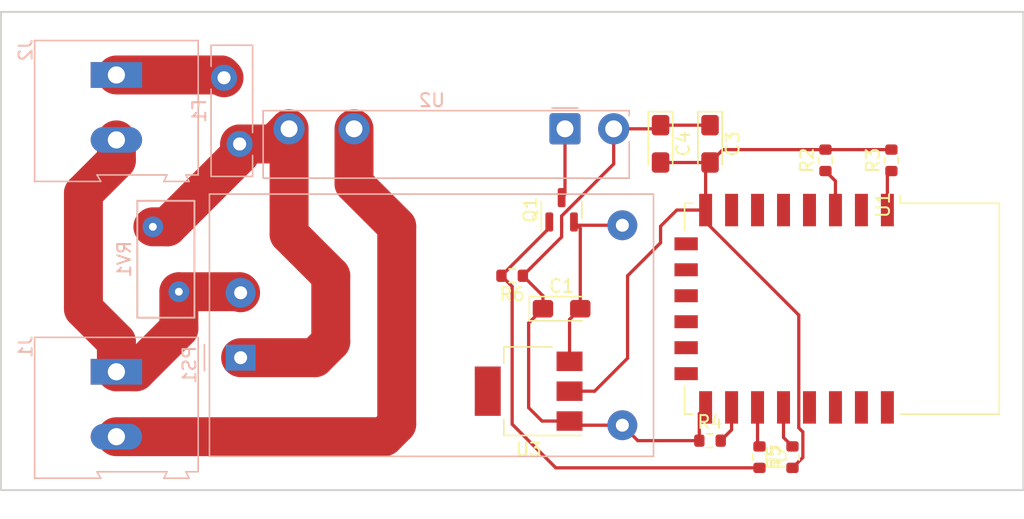
<source format=kicad_pcb>
(kicad_pcb (version 20211014) (generator pcbnew)
  (layers (0 "F.Cu" signal) (31 "B.Cu" signal) (34 "B.Paste" user) (35 "F.Paste" user) (36 "B.SilkS" user "B.Silkscreen") (37 "F.SilkS" user "F.Silkscreen") (38 "B.Mask" user) (39 "F.Mask" user) (44 "Edge.Cuts" user))
  (net 0 "")
  (net 1 "Net-(C1-Pad2)")
  (net 2 "Net-(F1-Pad2)")
  (net 3 "Net-(C3-Pad2)")
  (net 4 "GND")
  (net 5 "Net-(F1-Pad1)")
  (net 6 "Net-(Q1-Pad3)")
  (net 7 "Net-(R2-Pad1)")
  (net 8 "Net-(Q1-Pad1)")
  (net 9 "Net-(R3-Pad1)")
  (net 10 "Net-(R4-Pad2)")
  (net 11 "Net-(R5-Pad2)")
  (net 12 "Net-(R7-Pad1)")
  (net 28 "Net-(U2-Pad11)")
  (net 29 "Net-(J1-Pad1)")
  (footprint "Resistor_SMD:R_0603_1608Metric" (layer "F.Cu") (at 173.99 129.54 90)
    (fp_text reference "R5" (at 0 -1.43 90) (layer "F.SilkS"))
    (fp_text value "10k")
    (fp_line (start -0.237258 0.5225) (end 0.237258 0.5225) (layer "F.SilkS") (width 0.12))
    (fp_line (start -0.237258 -0.5225) (end 0.237258 -0.5225) (layer "F.SilkS") (width 0.12))
    (pad "1" smd roundrect (at -0.825 0 90) (size 0.8 0.95) (layers "F.Cu" "F.Paste" "F.Mask") (net 3 "Net-(C3-Pad2)"))
    (pad "2" smd roundrect (at 0.825 0 90) (size 0.8 0.95) (layers "F.Cu" "F.Paste" "F.Mask") (net 11 "Net-(R5-Pad2)"))
  )
  (footprint "RF_Module:ESP-12E" (layer "F.Cu") (at 177.8 118.11 -90)
    (fp_text reference "U1" (at -8 -3.17 90) (layer "F.SilkS"))
    (fp_text value "ESP-12E")
    (fp_line (start -8.12 12.12) (end -8.12 11.5) (layer "F.SilkS") (width 0.12))
    (fp_line (start 8.12 -12.12) (end 8.12 -4.5) (layer "F.SilkS") (width 0.12))
    (fp_line (start 8.12 11.5) (end 8.12 12.12) (layer "F.SilkS") (width 0.12))
    (fp_line (start -6 12.12) (end -8.12 12.12) (layer "F.SilkS") (width 0.12))
    (fp_line (start -8.12 -4.5) (end -8.12 -12.12) (layer "F.SilkS") (width 0.12))
    (fp_line (start -8.12 -12.12) (end 8.12 -12.12) (layer "F.SilkS") (width 0.12))
    (fp_line (start -8.12 -4.5) (end -8.73 -4.5) (layer "F.SilkS") (width 0.12))
    (fp_line (start 8.12 12.12) (end 6 12.12) (layer "F.SilkS") (width 0.12))
    (pad "1" smd rect (at -7.6 -3.5 270) (size 2.5 1) (layers "F.Cu" "F.Paste" "F.Mask") (net 9 "Net-(R3-Pad1)"))
    (pad "2" smd rect (at -7.6 -1.5 270) (size 2.5 1) (layers "F.Cu" "F.Paste" "F.Mask"))
    (pad "3" smd rect (at -7.6 0.5 270) (size 2.5 1) (layers "F.Cu" "F.Paste" "F.Mask") (net 7 "Net-(R2-Pad1)"))
    (pad "4" smd rect (at -7.6 2.5 270) (size 2.5 1) (layers "F.Cu" "F.Paste" "F.Mask"))
    (pad "5" smd rect (at -7.6 4.5 270) (size 2.5 1) (layers "F.Cu" "F.Paste" "F.Mask"))
    (pad "6" smd rect (at -7.6 6.5 270) (size 2.5 1) (layers "F.Cu" "F.Paste" "F.Mask"))
    (pad "7" smd rect (at -7.6 8.5 270) (size 2.5 1) (layers "F.Cu" "F.Paste" "F.Mask"))
    (pad "8" smd rect (at -7.6 10.5 270) (size 2.5 1) (layers "F.Cu" "F.Paste" "F.Mask") (net 3 "Net-(C3-Pad2)"))
    (pad "9" smd rect (at -5 12 270) (size 1 1.8) (layers "F.Cu" "F.Paste" "F.Mask"))
    (pad "10" smd rect (at -3 12 270) (size 1 1.8) (layers "F.Cu" "F.Paste" "F.Mask"))
    (pad "11" smd rect (at -1 12 270) (size 1 1.8) (layers "F.Cu" "F.Paste" "F.Mask"))
    (pad "12" smd rect (at 1 12 270) (size 1 1.8) (layers "F.Cu" "F.Paste" "F.Mask"))
    (pad "13" smd rect (at 3 12 270) (size 1 1.8) (layers "F.Cu" "F.Paste" "F.Mask"))
    (pad "14" smd rect (at 5 12 270) (size 1 1.8) (layers "F.Cu" "F.Paste" "F.Mask"))
    (pad "15" smd rect (at 7.6 10.5 270) (size 2.5 1) (layers "F.Cu" "F.Paste" "F.Mask") (net 4 "GND"))
    (pad "16" smd rect (at 7.6 8.5 270) (size 2.5 1) (layers "F.Cu" "F.Paste" "F.Mask") (net 10 "Net-(R4-Pad2)"))
    (pad "17" smd rect (at 7.6 6.5 270) (size 2.5 1) (layers "F.Cu" "F.Paste" "F.Mask") (net 12 "Net-(R7-Pad1)"))
    (pad "18" smd rect (at 7.6 4.5 270) (size 2.5 1) (layers "F.Cu" "F.Paste" "F.Mask") (net 11 "Net-(R5-Pad2)"))
    (pad "19" smd rect (at 7.6 2.5 270) (size 2.5 1) (layers "F.Cu" "F.Paste" "F.Mask"))
    (pad "20" smd rect (at 7.6 0.5 270) (size 2.5 1) (layers "F.Cu" "F.Paste" "F.Mask"))
    (pad "21" smd rect (at 7.6 -1.5 270) (size 2.5 1) (layers "F.Cu" "F.Paste" "F.Mask"))
    (pad "22" smd rect (at 7.6 -3.5 270) (size 2.5 1) (layers "F.Cu" "F.Paste" "F.Mask"))
  )
  (footprint "Capacitor_Tantalum_SMD:CP_EIA-3216-18_Kemet-A_Pad1.58x1.35mm_HandSolder" (layer "F.Cu") (at 156.21 118.11)
    (fp_text reference "C1" (at 0 -1.75) (layer "F.SilkS"))
    (fp_text value "10uF")
    (fp_line (start -2.485 0.935) (end 1.6 0.935) (layer "F.SilkS") (width 0.12))
    (fp_line (start 1.6 -0.935) (end -2.485 -0.935) (layer "F.SilkS") (width 0.12))
    (fp_line (start -2.485 -0.935) (end -2.485 0.935) (layer "F.SilkS") (width 0.12))
    (pad "1" smd roundrect (at -1.4375 0) (size 1.575 1.35) (layers "F.Cu" "F.Paste" "F.Mask") (roundrect_rratio 0.185185) (net 4 "GND"))
    (pad "2" smd roundrect (at 1.4375 0) (size 1.575 1.35) (layers "F.Cu" "F.Paste" "F.Mask") (roundrect_rratio 0.185185) (net 1 "Net-(C1-Pad2)"))
  )
  (footprint "Capacitor_Tantalum_SMD:CP_EIA-3216-18_Kemet-A_Pad1.58x1.35mm_HandSolder" (layer "F.Cu") (at 167.64 105.41 -90)
    (fp_text reference "C3" (at 0 -1.75 90) (layer "F.SilkS"))
    (fp_text value "100nF")
    (fp_line (start 1.6 -0.935) (end -2.485 -0.935) (layer "F.SilkS") (width 0.12))
    (fp_line (start -2.485 -0.935) (end -2.485 0.935) (layer "F.SilkS") (width 0.12))
    (fp_line (start -2.485 0.935) (end 1.6 0.935) (layer "F.SilkS") (width 0.12))
    (pad "1" smd roundrect (at -1.4375 0 270) (size 1.575 1.35) (layers "F.Cu" "F.Paste" "F.Mask") (roundrect_rratio 0.185185) (net 4 "GND"))
    (pad "2" smd roundrect (at 1.4375 0 270) (size 1.575 1.35) (layers "F.Cu" "F.Paste" "F.Mask") (roundrect_rratio 0.185185) (net 3 "Net-(C3-Pad2)"))
  )
  (footprint "Package_TO_SOT_SMD:SOT-223-3_TabPin2" (layer "F.Cu") (at 153.67 124.46 180)
    (fp_text reference "U3" (at 0 -4.5) (layer "F.SilkS"))
    (fp_text value "AMS1117-3.3")
    (fp_line (start 1.91 -3.41) (end 1.91 -2.15) (layer "F.SilkS") (width 0.12))
    (fp_line (start -4.1 -3.41) (end 1.91 -3.41) (layer "F.SilkS") (width 0.12))
    (fp_line (start 1.91 3.41) (end 1.91 2.15) (layer "F.SilkS") (width 0.12))
    (fp_line (start -1.85 3.41) (end 1.91 3.41) (layer "F.SilkS") (width 0.12))
    (pad "1" smd rect (at -3.15 -2.3 180) (size 2 1.5) (layers "F.Cu" "F.Paste" "F.Mask") (net 4 "GND"))
    (pad "2" smd rect (at -3.15 0 180) (size 2 1.5) (layers "F.Cu" "F.Paste" "F.Mask") (net 3 "Net-(C3-Pad2)"))
    (pad "2" smd rect (at 3.15 0 180) (size 2 3.8) (layers "F.Cu" "F.Paste" "F.Mask") (net 3 "Net-(C3-Pad2)"))
    (pad "3" smd rect (at -3.15 2.3 180) (size 2 1.5) (layers "F.Cu" "F.Paste" "F.Mask") (net 1 "Net-(C1-Pad2)"))
  )
  (footprint "Resistor_SMD:R_0603_1608Metric" (layer "F.Cu") (at 167.64 128.27)
    (fp_text reference "R4" (at 0 -1.43) (layer "F.SilkS"))
    (fp_text value "10k")
    (fp_line (start -0.237258 0.5225) (end 0.237258 0.5225) (layer "F.SilkS") (width 0.12))
    (fp_line (start -0.237258 -0.5225) (end 0.237258 -0.5225) (layer "F.SilkS") (width 0.12))
    (pad "1" smd roundrect (at -0.825 0) (size 0.8 0.95) (layers "F.Cu" "F.Paste" "F.Mask") (net 4 "GND"))
    (pad "2" smd roundrect (at 0.825 0) (size 0.8 0.95) (layers "F.Cu" "F.Paste" "F.Mask") (net 10 "Net-(R4-Pad2)"))
  )
  (footprint "Package_TO_SOT_SMD:SOT-23" (layer "F.Cu") (at 156.21 110.49 90)
    (fp_text reference "Q1" (at 0 -2.4 90) (layer "F.SilkS"))
    (fp_text value "2N7002")
    (fp_line (start 0 1.56) (end 0.65 1.56) (layer "F.SilkS") (width 0.12))
    (fp_line (start 0 1.56) (end -0.65 1.56) (layer "F.SilkS") (width 0.12))
    (fp_line (start 0 -1.56) (end -1.675 -1.56) (layer "F.SilkS") (width 0.12))
    (fp_line (start 0 -1.56) (end 0.65 -1.56) (layer "F.SilkS") (width 0.12))
    (pad "1" smd roundrect (at -0.9375 -0.95 90) (size 1.475 0.6) (layers "F.Cu" "F.Paste" "F.Mask") (net 8 "Net-(Q1-Pad1)"))
    (pad "2" smd roundrect (at -0.9375 0.95 90) (size 1.475 0.6) (layers "F.Cu" "F.Paste" "F.Mask") (net 1 "Net-(C1-Pad2)"))
    (pad "3" smd roundrect (at 0.9375 0 90) (size 1.475 0.6) (layers "F.Cu" "F.Paste" "F.Mask") (net 6 "Net-(Q1-Pad3)"))
  )
  (footprint "Resistor_SMD:R_0603_1608Metric" (layer "F.Cu") (at 176.53 106.68 90)
    (fp_text reference "R2" (at 0 -1.43 90) (layer "F.SilkS"))
    (fp_text value "10k")
    (fp_line (start -0.237258 -0.5225) (end 0.237258 -0.5225) (layer "F.SilkS") (width 0.12))
    (fp_line (start -0.237258 0.5225) (end 0.237258 0.5225) (layer "F.SilkS") (width 0.12))
    (pad "1" smd roundrect (at -0.825 0 90) (size 0.8 0.95) (layers "F.Cu" "F.Paste" "F.Mask") (net 7 "Net-(R2-Pad1)"))
    (pad "2" smd roundrect (at 0.825 0 90) (size 0.8 0.95) (layers "F.Cu" "F.Paste" "F.Mask") (net 3 "Net-(C3-Pad2)"))
  )
  (footprint "Resistor_SMD:R_0603_1608Metric" (layer "F.Cu") (at 152.4 115.57 180)
    (fp_text reference "R6" (at 0 -1.43) (layer "F.SilkS"))
    (fp_text value "220k")
    (fp_line (start -0.237258 -0.5225) (end 0.237258 -0.5225) (layer "F.SilkS") (width 0.12))
    (fp_line (start -0.237258 0.5225) (end 0.237258 0.5225) (layer "F.SilkS") (width 0.12))
    (pad "1" smd roundrect (at -0.825 0 180) (size 0.8 0.95) (layers "F.Cu" "F.Paste" "F.Mask") (net 4 "GND"))
    (pad "2" smd roundrect (at 0.825 0 180) (size 0.8 0.95) (layers "F.Cu" "F.Paste" "F.Mask") (net 8 "Net-(Q1-Pad1)"))
  )
  (footprint "Resistor_SMD:R_0603_1608Metric" (layer "F.Cu") (at 171.45 129.54 -90)
    (fp_text reference "R7" (at 0 -1.43 -270) (layer "F.SilkS"))
    (fp_text value "1k")
    (fp_line (start -0.237258 0.5225) (end 0.237258 0.5225) (layer "F.SilkS") (width 0.12))
    (fp_line (start -0.237258 -0.5225) (end 0.237258 -0.5225) (layer "F.SilkS") (width 0.12))
    (pad "1" smd roundrect (at -0.825 0 270) (size 0.8 0.95) (layers "F.Cu" "F.Paste" "F.Mask") (net 12 "Net-(R7-Pad1)"))
    (pad "2" smd roundrect (at 0.825 0 270) (size 0.8 0.95) (layers "F.Cu" "F.Paste" "F.Mask") (net 8 "Net-(Q1-Pad1)"))
  )
  (footprint "Capacitor_Tantalum_SMD:CP_EIA-3216-18_Kemet-A_Pad1.58x1.35mm_HandSolder" (layer "F.Cu") (at 163.83 105.41 -90)
    (fp_text reference "C4" (at 0 -1.75 90) (layer "F.SilkS"))
    (fp_text value "22uF")
    (fp_line (start 1.6 -0.935) (end -2.485 -0.935) (layer "F.SilkS") (width 0.12))
    (fp_line (start -2.485 0.935) (end 1.6 0.935) (layer "F.SilkS") (width 0.12))
    (fp_line (start -2.485 -0.935) (end -2.485 0.935) (layer "F.SilkS") (width 0.12))
    (pad "1" smd roundrect (at -1.4375 0 270) (size 1.575 1.35) (layers "F.Cu" "F.Paste" "F.Mask") (roundrect_rratio 0.185185) (net 4 "GND"))
    (pad "2" smd roundrect (at 1.4375 0 270) (size 1.575 1.35) (layers "F.Cu" "F.Paste" "F.Mask") (roundrect_rratio 0.185185) (net 3 "Net-(C3-Pad2)"))
  )
  (footprint "Resistor_SMD:R_0603_1608Metric" (layer "F.Cu") (at 181.61 106.68 90)
    (fp_text reference "R3" (at 0 -1.43 90) (layer "F.SilkS"))
    (fp_text value "10k")
    (fp_line (start -0.237258 -0.5225) (end 0.237258 -0.5225) (layer "F.SilkS") (width 0.12))
    (fp_line (start -0.237258 0.5225) (end 0.237258 0.5225) (layer "F.SilkS") (width 0.12))
    (pad "1" smd roundrect (at -0.825 0 90) (size 0.8 0.95) (layers "F.Cu" "F.Paste" "F.Mask") (net 9 "Net-(R3-Pad1)"))
    (pad "2" smd roundrect (at 0.825 0 90) (size 0.8 0.95) (layers "F.Cu" "F.Paste" "F.Mask") (net 3 "Net-(C3-Pad2)"))
  )
  (footprint "Varistor:RV_Disc_D9mm_W4.4mm_P5mm" (layer "B.Cu") (at 126.73 116.8 90)
    (fp_text reference "RV1" (at 2.5 -4.2 90) (layer "B.SilkS") (effects (justify mirror)))
    (fp_text value "Varistor")
    (fp_line (start -2 -3.2) (end 7 -3.2) (layer "B.SilkS") (width 0.15))
    (fp_line (start 7 1.2) (end 7 -3.2) (layer "B.SilkS") (width 0.15))
    (fp_line (start -2 1.2) (end 7 1.2) (layer "B.SilkS") (width 0.15))
    (fp_line (start -2 1.2) (end -2 -3.2) (layer "B.SilkS") (width 0.15))
    (pad "1" thru_hole circle (at 0 0 90) (size 1.6 1.6) (drill 0.6) (layers *.Cu *.Mask) (net 29 "Net-(J1-Pad1)"))
    (pad "2" thru_hole circle (at 5 -2 90) (size 1.6 1.6) (drill 0.6) (layers *.Cu *.Mask) (net 2 "Net-(F1-Pad2)"))
  )
  (footprint "OptoDevice:Finder_34.81" (layer "B.Cu") (at 156.47 104.2525 180)
    (fp_text reference "U2" (at 10.25 2.2) (layer "B.SilkS") (effects (justify mirror)))
    (fp_text value "34.81-7048")
    (fp_line (start 23.25 1.4) (end 23.25 -3.8) (layer "B.SilkS") (width 0.12))
    (fp_line (start 1 1.6) (end -1 1.6) (layer "B.SilkS") (width 0.12))
    (fp_line (start -4.95 1.4) (end 23.25 1.4) (layer "B.SilkS") (width 0.12))
    (fp_line (start -4.95 1.4) (end -4.95 1) (layer "B.SilkS") (width 0.12))
    (fp_line (start -4.95 -3.8) (end -4.95 -1) (layer "B.SilkS") (width 0.12))
    (fp_line (start 23.25 -3.8) (end -4.95 -3.8) (layer "B.SilkS") (width 0.12))
    (pad "11" thru_hole circle (at 16.25 0 180) (size 2.4 2.4) (drill 1.3) (layers *.Cu *.Mask) (net 28 "Net-(U2-Pad11)"))
    (pad "14" thru_hole circle (at 21.25 0 180) (size 2.4 2.4) (drill 1.3) (layers *.Cu *.Mask) (net 2 "Net-(F1-Pad2)"))
    (pad "A1" thru_hole roundrect (at 0 0 180) (size 2.4 2.4) (drill 1.3) (layers *.Cu *.Mask) (roundrect_rratio 0.104) (net 6 "Net-(Q1-Pad3)"))
    (pad "A2" thru_hole circle (at -3.75 0 180) (size 2.4 2.4) (drill 1.3) (layers *.Cu *.Mask) (net 4 "GND"))
  )
  (footprint "TerminalBlock:TerminalBlock_Altech_AK300-2_P5.00mm" (layer "B.Cu") (at 121.92 100.105 -90)
    (fp_text reference "J2" (at -1.92 6.99 90) (layer "B.SilkS") (effects (justify mirror)))
    (fp_text value "Screw_Terminal_01x02")
    (fp_line (start 8.2 6.3) (end -2.65 6.3) (layer "B.SilkS") (width 0.12))
    (fp_line (start -2.65 -6.3) (end 7.7 -6.3) (layer "B.SilkS") (width 0.12))
    (fp_line (start -2.65 6.3) (end -2.65 -6.3) (layer "B.SilkS") (width 0.12))
    (fp_line (start 8.2 -3.7) (end 8.2 -3.65) (layer "B.SilkS") (width 0.12))
    (fp_line (start 7.7 1.5) (end 8.2 1.2) (layer "B.SilkS") (width 0.12))
    (fp_line (start 8.2 -5.6) (end 8.2 -3.7) (layer "B.SilkS") (width 0.12))
    (fp_line (start 7.7 -5.35) (end 8.2 -5.6) (layer "B.SilkS") (width 0.12))
    (fp_line (start 8.2 1.2) (end 8.2 6.3) (layer "B.SilkS") (width 0.12))
    (fp_line (start 7.7 -3.9) (end 7.7 1.5) (layer "B.SilkS") (width 0.12))
    (fp_line (start 7.7 -6.3) (end 7.7 -5.35) (layer "B.SilkS") (width 0.12))
    (fp_line (start 8.2 -3.65) (end 7.7 -3.9) (layer "B.SilkS") (width 0.12))
    (pad "1" thru_hole rect (at 0 0 270) (size 1.98 3.96) (drill 1.32) (layers *.Cu *.Mask) (net 5 "Net-(F1-Pad1)"))
    (pad "2" thru_hole oval (at 5 0 270) (size 1.98 3.96) (drill 1.32) (layers *.Cu *.Mask) (net 29 "Net-(J1-Pad1)"))
  )
  (footprint "Fuse:Fuse_Bourns_MF-RG400" (layer "B.Cu") (at 130.21 100.32 -90)
    (fp_text reference "F1" (at 2.55 1.9 90) (layer "B.SilkS") (effects (justify mirror)))
    (fp_text value "Fuse")
    (fp_line (start -2.501 -2.2) (end 4.222 -2.2) (layer "B.SilkS") (width 0.12))
    (fp_line (start 5.979 -2.2) (end 7.6 -2.2) (layer "B.SilkS") (width 0.12))
    (fp_line (start 7.6 1) (end 7.6 -2.2) (layer "B.SilkS") (width 0.12))
    (fp_line (start -2.501 1) (end -2.501 -2.2) (layer "B.SilkS") (width 0.12))
    (fp_line (start -2.501 1) (end -0.879 1) (layer "B.SilkS") (width 0.12))
    (fp_line (start 0.879 1) (end 7.6 1) (layer "B.SilkS") (width 0.12))
    (pad "1" thru_hole circle (at 0 0 270) (size 2.01 2.01) (drill 1.01) (layers *.Cu *.Mask) (net 5 "Net-(F1-Pad1)"))
    (pad "2" thru_hole circle (at 5.1 -1.2 270) (size 2.01 2.01) (drill 1.01) (layers *.Cu *.Mask) (net 2 "Net-(F1-Pad2)"))
  )
  (footprint "Converter_ACDC:Converter_ACDC_HiLink_HLK-PMxx" (layer "B.Cu") (at 131.4875 121.88)
    (fp_text reference "PS1" (at -3.94 0.55 90) (layer "B.SilkS") (effects (justify mirror)))
    (fp_text value "HLK-PM05")
    (fp_line (start -2.4 7.6) (end -2.4 -12.6) (layer "B.SilkS") (width 0.12))
    (fp_line (start -2.4 -12.6) (end 31.8 -12.6) (layer "B.SilkS") (width 0.12))
    (fp_line (start -2.79 1) (end -2.79 -1.01) (layer "B.SilkS") (width 0.12))
    (fp_line (start 31.8 7.6) (end -2.4 7.6) (layer "B.SilkS") (width 0.12))
    (fp_line (start 31.8 -12.6) (end 31.8 7.6) (layer "B.SilkS") (width 0.12))
    (pad "1" thru_hole rect (at 0 0) (size 2.3 2) (drill 1) (layers *.Cu *.Mask) (net 2 "Net-(F1-Pad2)"))
    (pad "2" thru_hole circle (at 0 -5) (size 2.3 2.3) (drill 1) (layers *.Cu *.Mask) (net 29 "Net-(J1-Pad1)"))
    (pad "3" thru_hole circle (at 29.4 5.2) (size 2.3 2.3) (drill 1) (layers *.Cu *.Mask) (net 4 "GND"))
    (pad "4" thru_hole circle (at 29.4 -10.2) (size 2.3 2.3) (drill 1) (layers *.Cu *.Mask) (net 1 "Net-(C1-Pad2)"))
  )
  (footprint "TerminalBlock:TerminalBlock_Altech_AK300-2_P5.00mm" (layer "B.Cu") (at 121.92 122.965 -90)
    (fp_text reference "J1" (at -1.92 6.99 90) (layer "B.SilkS") (effects (justify mirror)))
    (fp_text value "Screw_Terminal_01x02")
    (fp_line (start -2.65 -6.3) (end 7.7 -6.3) (layer "B.SilkS") (width 0.12))
    (fp_line (start 8.2 1.2) (end 8.2 6.3) (layer "B.SilkS") (width 0.12))
    (fp_line (start 8.2 6.3) (end -2.65 6.3) (layer "B.SilkS") (width 0.12))
    (fp_line (start 8.2 -5.6) (end 8.2 -3.7) (layer "B.SilkS") (width 0.12))
    (fp_line (start 7.7 1.5) (end 8.2 1.2) (layer "B.SilkS") (width 0.12))
    (fp_line (start 7.7 -3.9) (end 7.7 1.5) (layer "B.SilkS") (width 0.12))
    (fp_line (start -2.65 6.3) (end -2.65 -6.3) (layer "B.SilkS") (width 0.12))
    (fp_line (start 7.7 -6.3) (end 7.7 -5.35) (layer "B.SilkS") (width 0.12))
    (fp_line (start 8.2 -3.7) (end 8.2 -3.65) (layer "B.SilkS") (width 0.12))
    (fp_line (start 8.2 -3.65) (end 7.7 -3.9) (layer "B.SilkS") (width 0.12))
    (fp_line (start 7.7 -5.35) (end 8.2 -5.6) (layer "B.SilkS") (width 0.12))
    (pad "1" thru_hole rect (at 0 0 270) (size 1.98 3.96) (drill 1.32) (layers *.Cu *.Mask) (net 29 "Net-(J1-Pad1)"))
    (pad "2" thru_hole oval (at 5 0 270) (size 1.98 3.96) (drill 1.32) (layers *.Cu *.Mask) (net 28 "Net-(U2-Pad11)"))
  )
  (gr_rect (start 113.03 95.25) (end 191.77 132.08) (layer "Edge.Cuts") (width 0.15) (fill none))
  (segment (start 157.4125 111.68) (end 157.16 111.4275) (width 0.25) (layer "F.Cu") (net 1))
  (segment (start 156.82 118.9375) (end 157.6475 118.11) (width 0.25) (layer "F.Cu") (net 1))
  (segment (start 157.6475 118.11) (end 157.6475 111.915) (width 0.25) (layer "F.Cu") (net 1))
  (segment (start 157.6475 111.915) (end 157.16 111.4275) (width 0.25) (layer "F.Cu") (net 1))
  (segment (start 160.8875 111.68) (end 157.4125 111.68) (width 0.25) (layer "F.Cu") (net 1))
  (segment (start 156.82 122.16) (end 156.82 118.9375) (width 0.25) (layer "F.Cu") (net 1))
  (segment (start 135.22 104.2525) (end 135.22 112.36) (width 3) (layer "F.Cu") (net 2))
  (segment (start 135.22 112.36) (end 138.43 115.57) (width 3) (layer "F.Cu") (net 2))
  (segment (start 138.43 115.57) (end 138.43 120.65) (width 3) (layer "F.Cu") (net 2))
  (segment (start 131.41 106.235) (end 125.845 111.8) (width 3) (layer "F.Cu") (net 2))
  (segment (start 124.73 111.8) (end 124.77 111.76) (width 0.25) (layer "F.Cu") (net 2))
  (segment (start 125.845 111.8) (end 124.73 111.8) (width 3) (layer "F.Cu") (net 2))
  (segment (start 131.41 105.42) (end 131.41 106.235) (width 3) (layer "F.Cu") (net 2))
  (segment (start 131.41 105.42) (end 134.0525 105.42) (width 3) (layer "F.Cu") (net 2))
  (segment (start 138.43 120.65) (end 137.2 121.88) (width 3) (layer "F.Cu") (net 2))
  (segment (start 134.0525 105.42) (end 135.22 104.2525) (width 3) (layer "F.Cu") (net 2))
  (segment (start 137.2 121.88) (end 131.4875 121.88) (width 3) (layer "F.Cu") (net 2))
  (segment (start 158.75 124.46) (end 161.29 121.92) (width 0.25) (layer "F.Cu") (net 3))
  (segment (start 176.53 105.855) (end 168.6325 105.855) (width 0.25) (layer "F.Cu") (net 3))
  (segment (start 168.6325 105.855) (end 167.64 106.8475) (width 0.25) (layer "F.Cu") (net 3))
  (segment (start 163.83 113.03) (end 163.83 111.76) (width 0.25) (layer "F.Cu") (net 3))
  (segment (start 165.08 110.51) (end 167.3 110.51) (width 0.25) (layer "F.Cu") (net 3))
  (segment (start 174.79 129.565) (end 174.79 127.6) (width 0.25) (layer "F.Cu") (net 3))
  (segment (start 167.3 111.42) (end 167.3 110.51) (width 0.25) (layer "F.Cu") (net 3))
  (segment (start 163.83 111.76) (end 165.08 110.51) (width 0.25) (layer "F.Cu") (net 3))
  (segment (start 173.99 130.365) (end 174.79 129.565) (width 0.25) (layer "F.Cu") (net 3))
  (segment (start 174.475 118.595) (end 167.3 111.42) (width 0.25) (layer "F.Cu") (net 3))
  (segment (start 174.475 127.285) (end 174.475 118.595) (width 0.25) (layer "F.Cu") (net 3))
  (segment (start 167.3 107.1875) (end 167.3 110.51) (width 0.25) (layer "F.Cu") (net 3))
  (segment (start 167.64 106.8475) (end 167.3 107.1875) (width 0.25) (layer "F.Cu") (net 3))
  (segment (start 181.61 105.855) (end 176.53 105.855) (width 0.25) (layer "F.Cu") (net 3))
  (segment (start 167.64 106.8475) (end 163.83 106.8475) (width 0.25) (layer "F.Cu") (net 3))
  (segment (start 161.29 121.92) (end 161.29 115.57) (width 0.25) (layer "F.Cu") (net 3))
  (segment (start 174.79 127.6) (end 174.475 127.285) (width 0.25) (layer "F.Cu") (net 3))
  (segment (start 161.29 115.57) (end 163.83 113.03) (width 0.25) (layer "F.Cu") (net 3))
  (segment (start 156.82 124.46) (end 158.75 124.46) (width 0.25) (layer "F.Cu") (net 3))
  (segment (start 166.815 128.27) (end 162.0775 128.27) (width 0.25) (layer "F.Cu") (net 4))
  (segment (start 153.225 115.57) (end 156.21 112.585) (width 0.25) (layer "F.Cu") (net 4))
  (segment (start 160.22 106.958249) (end 160.22 104.2525) (width 0.25) (layer "F.Cu") (net 4))
  (segment (start 157.14 127.08) (end 156.82 126.76) (width 0.25) (layer "F.Cu") (net 4))
  (segment (start 154.7725 117.1175) (end 153.225 115.57) (width 0.25) (layer "F.Cu") (net 4))
  (segment (start 160.8875 127.08) (end 157.14 127.08) (width 0.25) (layer "F.Cu") (net 4))
  (segment (start 154.7 126.76) (end 156.82 126.76) (width 0.25) (layer "F.Cu") (net 4))
  (segment (start 153.67 125.73) (end 154.7 126.76) (width 0.25) (layer "F.Cu") (net 4))
  (segment (start 154.7725 118.11) (end 154.7725 117.1175) (width 0.25) (layer "F.Cu") (net 4))
  (segment (start 154.7725 118.11) (end 153.67 119.2125) (width 0.25) (layer "F.Cu") (net 4))
  (segment (start 153.67 119.2125) (end 153.67 125.73) (width 0.25) (layer "F.Cu") (net 4))
  (segment (start 166.815 126.195) (end 166.815 128.27) (width 0.25) (layer "F.Cu") (net 4))
  (segment (start 156.21 110.968249) (end 160.22 106.958249) (width 0.25) (layer "F.Cu") (net 4))
  (segment (start 162.0775 128.27) (end 160.8875 127.08) (width 0.25) (layer "F.Cu") (net 4))
  (segment (start 160.22 104.2525) (end 163.55 104.2525) (width 0.25) (layer "F.Cu") (net 4))
  (segment (start 156.21 112.585) (end 156.21 110.968249) (width 0.25) (layer "F.Cu") (net 4))
  (segment (start 163.55 104.2525) (end 163.83 103.9725) (width 0.25) (layer "F.Cu") (net 4))
  (segment (start 163.83 103.9725) (end 167.64 103.9725) (width 0.25) (layer "F.Cu") (net 4))
  (segment (start 167.3 125.71) (end 166.815 126.195) (width 0.25) (layer "F.Cu") (net 4))
  (segment (start 129.995 100.105) (end 130.21 100.32) (width 3) (layer "F.Cu") (net 5))
  (segment (start 121.92 100.105) (end 129.995 100.105) (width 3) (layer "F.Cu") (net 5))
  (segment (start 156.47 104.2525) (end 156.47 109.2925) (width 0.25) (layer "F.Cu") (net 6))
  (segment (start 156.47 109.2925) (end 156.21 109.5525) (width 0.25) (layer "F.Cu") (net 6))
  (segment (start 177.3 108.275) (end 177.3 110.51) (width 0.25) (layer "F.Cu") (net 7))
  (segment (start 176.53 107.505) (end 177.3 108.275) (width 0.25) (layer "F.Cu") (net 7))
  (segment (start 155.26 111.885) (end 155.26 111.4275) (width 0.25) (layer "F.Cu") (net 8))
  (segment (start 171.45 130.365) (end 155.765 130.365) (width 0.25) (layer "F.Cu") (net 8))
  (segment (start 152.4 127) (end 152.4 116.395) (width 0.25) (layer "F.Cu") (net 8))
  (segment (start 155.765 130.365) (end 152.4 127) (width 0.25) (layer "F.Cu") (net 8))
  (segment (start 152.4 116.395) (end 151.575 115.57) (width 0.25) (layer "F.Cu") (net 8))
  (segment (start 151.575 115.57) (end 155.26 111.885) (width 0.25) (layer "F.Cu") (net 8))
  (segment (start 181.3 107.815) (end 181.3 110.51) (width 0.25) (layer "F.Cu") (net 9))
  (segment (start 181.61 107.505) (end 181.3 107.815) (width 0.25) (layer "F.Cu") (net 9))
  (segment (start 169.3 125.71) (end 169.3 127.435) (width 0.25) (layer "F.Cu") (net 10))
  (segment (start 169.3 127.435) (end 168.465 128.27) (width 0.25) (layer "F.Cu") (net 10))
  (segment (start 173.3 128.025) (end 173.99 128.715) (width 0.25) (layer "F.Cu") (net 11))
  (segment (start 173.3 125.71) (end 173.3 128.025) (width 0.25) (layer "F.Cu") (net 11))
  (segment (start 171.3 125.71) (end 171.3 128.565) (width 0.25) (layer "F.Cu") (net 12))
  (segment (start 171.3 128.565) (end 171.45 128.715) (width 0.25) (layer "F.Cu") (net 12))
  (segment (start 140.22 104.2525) (end 140.22 108.47) (width 3) (layer "F.Cu") (net 28))
  (segment (start 143.51 127) (end 142.545 127.965) (width 3) (layer "F.Cu") (net 28))
  (segment (start 142.545 127.965) (end 121.92 127.965) (width 3) (layer "F.Cu") (net 28))
  (segment (start 140.22 108.47) (end 143.51 111.76) (width 3) (layer "F.Cu") (net 28))
  (segment (start 143.51 111.76) (end 143.51 127) (width 3) (layer "F.Cu") (net 28))
  (segment (start 121.92 122.965) (end 123.415 122.965) (width 3) (layer "F.Cu") (net 29))
  (segment (start 119.38 109.22) (end 119.38 118.11) (width 3) (layer "F.Cu") (net 29))
  (segment (start 126.73 116.8) (end 131.4075 116.8) (width 3) (layer "F.Cu") (net 29))
  (segment (start 121.92 120.65) (end 121.92 122.965) (width 3) (layer "F.Cu") (net 29))
  (segment (start 121.96 122.925) (end 121.92 122.965) (width 0.25) (layer "F.Cu") (net 29))
  (segment (start 119.38 118.11) (end 121.92 120.65) (width 3) (layer "F.Cu") (net 29))
  (segment (start 121.92 106.68) (end 119.38 109.22) (width 3) (layer "F.Cu") (net 29))
  (segment (start 121.92 105.105) (end 121.92 106.68) (width 3) (layer "F.Cu") (net 29))
  (segment (start 131.4075 116.8) (end 131.4875 116.88) (width 3) (layer "F.Cu") (net 29))
  (segment (start 123.415 122.965) (end 126.73 119.65) (width 3) (layer "F.Cu") (net 29))
  (segment (start 126.73 119.65) (end 126.73 116.8) (width 3) (layer "F.Cu") (net 29))
)
</source>
